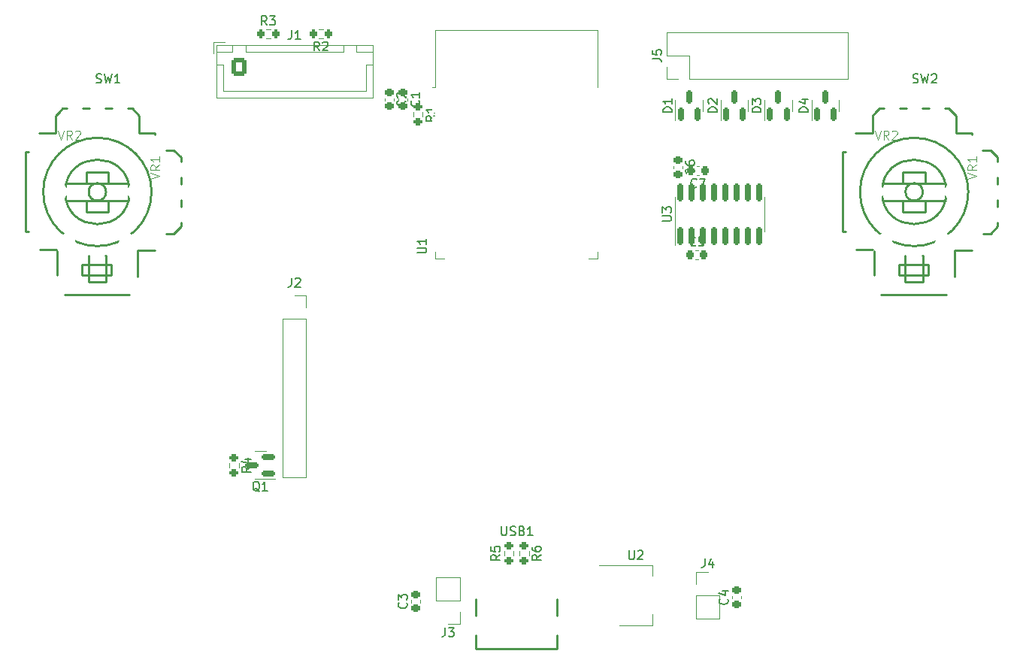
<source format=gbr>
%TF.GenerationSoftware,KiCad,Pcbnew,(6.0.5)*%
%TF.CreationDate,2022-05-19T22:33:39+02:00*%
%TF.ProjectId,hardware-remote-v2,68617264-7761-4726-952d-72656d6f7465,rev?*%
%TF.SameCoordinates,Original*%
%TF.FileFunction,Legend,Top*%
%TF.FilePolarity,Positive*%
%FSLAX46Y46*%
G04 Gerber Fmt 4.6, Leading zero omitted, Abs format (unit mm)*
G04 Created by KiCad (PCBNEW (6.0.5)) date 2022-05-19 22:33:39*
%MOMM*%
%LPD*%
G01*
G04 APERTURE LIST*
G04 Aperture macros list*
%AMRoundRect*
0 Rectangle with rounded corners*
0 $1 Rounding radius*
0 $2 $3 $4 $5 $6 $7 $8 $9 X,Y pos of 4 corners*
0 Add a 4 corners polygon primitive as box body*
4,1,4,$2,$3,$4,$5,$6,$7,$8,$9,$2,$3,0*
0 Add four circle primitives for the rounded corners*
1,1,$1+$1,$2,$3*
1,1,$1+$1,$4,$5*
1,1,$1+$1,$6,$7*
1,1,$1+$1,$8,$9*
0 Add four rect primitives between the rounded corners*
20,1,$1+$1,$2,$3,$4,$5,0*
20,1,$1+$1,$4,$5,$6,$7,0*
20,1,$1+$1,$6,$7,$8,$9,0*
20,1,$1+$1,$8,$9,$2,$3,0*%
G04 Aperture macros list end*
%ADD10C,0.150000*%
%ADD11C,0.100000*%
%ADD12C,0.250000*%
%ADD13C,0.120000*%
%ADD14C,1.800000*%
%ADD15C,2.500000*%
%ADD16C,2.200000*%
%ADD17RoundRect,0.225000X-0.250000X0.225000X-0.250000X-0.225000X0.250000X-0.225000X0.250000X0.225000X0*%
%ADD18RoundRect,0.225000X0.250000X-0.225000X0.250000X0.225000X-0.250000X0.225000X-0.250000X-0.225000X0*%
%ADD19R,2.000000X1.500000*%
%ADD20R,2.000000X3.800000*%
%ADD21RoundRect,0.200000X-0.275000X0.200000X-0.275000X-0.200000X0.275000X-0.200000X0.275000X0.200000X0*%
%ADD22RoundRect,0.250000X-0.600000X-0.725000X0.600000X-0.725000X0.600000X0.725000X-0.600000X0.725000X0*%
%ADD23O,1.700000X1.950000*%
%ADD24RoundRect,0.200000X0.200000X0.275000X-0.200000X0.275000X-0.200000X-0.275000X0.200000X-0.275000X0*%
%ADD25R,1.700000X1.700000*%
%ADD26O,1.700000X1.700000*%
%ADD27R,2.000000X0.900000*%
%ADD28R,0.900000X2.000000*%
%ADD29R,5.000000X5.000000*%
%ADD30RoundRect,0.150000X0.150000X-0.587500X0.150000X0.587500X-0.150000X0.587500X-0.150000X-0.587500X0*%
%ADD31RoundRect,0.150000X0.150000X-0.825000X0.150000X0.825000X-0.150000X0.825000X-0.150000X-0.825000X0*%
%ADD32C,0.700000*%
%ADD33O,1.200000X2.000000*%
%ADD34O,1.200000X1.800000*%
%ADD35R,0.300000X1.300000*%
%ADD36RoundRect,0.150000X0.587500X0.150000X-0.587500X0.150000X-0.587500X-0.150000X0.587500X-0.150000X0*%
%ADD37RoundRect,0.200000X-0.200000X-0.275000X0.200000X-0.275000X0.200000X0.275000X-0.200000X0.275000X0*%
%ADD38RoundRect,0.200000X0.275000X-0.200000X0.275000X0.200000X-0.275000X0.200000X-0.275000X-0.200000X0*%
%ADD39RoundRect,0.225000X-0.225000X-0.250000X0.225000X-0.250000X0.225000X0.250000X-0.225000X0.250000X0*%
%ADD40RoundRect,0.225000X0.225000X0.250000X-0.225000X0.250000X-0.225000X-0.250000X0.225000X-0.250000X0*%
G04 APERTURE END LIST*
D10*
%TO.C,SW2*%
X44666666Y33105238D02*
X44809523Y33057619D01*
X45047619Y33057619D01*
X45142857Y33105238D01*
X45190476Y33152857D01*
X45238095Y33248095D01*
X45238095Y33343333D01*
X45190476Y33438571D01*
X45142857Y33486190D01*
X45047619Y33533809D01*
X44857142Y33581428D01*
X44761904Y33629047D01*
X44714285Y33676666D01*
X44666666Y33771904D01*
X44666666Y33867142D01*
X44714285Y33962380D01*
X44761904Y34010000D01*
X44857142Y34057619D01*
X45095238Y34057619D01*
X45238095Y34010000D01*
X45571428Y34057619D02*
X45809523Y33057619D01*
X46000000Y33771904D01*
X46190476Y33057619D01*
X46428571Y34057619D01*
X46761904Y33962380D02*
X46809523Y34010000D01*
X46904761Y34057619D01*
X47142857Y34057619D01*
X47238095Y34010000D01*
X47285714Y33962380D01*
X47333333Y33867142D01*
X47333333Y33771904D01*
X47285714Y33629047D01*
X46714285Y33057619D01*
X47333333Y33057619D01*
D11*
X40360238Y27677619D02*
X40693571Y26677619D01*
X41026904Y27677619D01*
X41931666Y26677619D02*
X41598333Y27153809D01*
X41360238Y26677619D02*
X41360238Y27677619D01*
X41741190Y27677619D01*
X41836428Y27630000D01*
X41884047Y27582380D01*
X41931666Y27487142D01*
X41931666Y27344285D01*
X41884047Y27249047D01*
X41836428Y27201428D01*
X41741190Y27153809D01*
X41360238Y27153809D01*
X42312619Y27582380D02*
X42360238Y27630000D01*
X42455476Y27677619D01*
X42693571Y27677619D01*
X42788809Y27630000D01*
X42836428Y27582380D01*
X42884047Y27487142D01*
X42884047Y27391904D01*
X42836428Y27249047D01*
X42265000Y26677619D01*
X42884047Y26677619D01*
X50792380Y22250238D02*
X51792380Y22583571D01*
X50792380Y22916904D01*
X51792380Y23821666D02*
X51316190Y23488333D01*
X51792380Y23250238D02*
X50792380Y23250238D01*
X50792380Y23631190D01*
X50840000Y23726428D01*
X50887619Y23774047D01*
X50982857Y23821666D01*
X51125714Y23821666D01*
X51220952Y23774047D01*
X51268571Y23726428D01*
X51316190Y23631190D01*
X51316190Y23250238D01*
X51792380Y24774047D02*
X51792380Y24202619D01*
X51792380Y24488333D02*
X50792380Y24488333D01*
X50935238Y24393095D01*
X51030476Y24297857D01*
X51078095Y24202619D01*
D10*
%TO.C,C1*%
X-10987857Y31033333D02*
X-10940238Y30985714D01*
X-10892619Y30842857D01*
X-10892619Y30747619D01*
X-10940238Y30604761D01*
X-11035476Y30509523D01*
X-11130714Y30461904D01*
X-11321190Y30414285D01*
X-11464047Y30414285D01*
X-11654523Y30461904D01*
X-11749761Y30509523D01*
X-11845000Y30604761D01*
X-11892619Y30747619D01*
X-11892619Y30842857D01*
X-11845000Y30985714D01*
X-11797380Y31033333D01*
X-10892619Y31985714D02*
X-10892619Y31414285D01*
X-10892619Y31700000D02*
X-11892619Y31700000D01*
X-11749761Y31604761D01*
X-11654523Y31509523D01*
X-11606904Y31414285D01*
%TO.C,C3*%
X-12397857Y-25491666D02*
X-12350238Y-25539285D01*
X-12302619Y-25682142D01*
X-12302619Y-25777380D01*
X-12350238Y-25920238D01*
X-12445476Y-26015476D01*
X-12540714Y-26063095D01*
X-12731190Y-26110714D01*
X-12874047Y-26110714D01*
X-13064523Y-26063095D01*
X-13159761Y-26015476D01*
X-13255000Y-25920238D01*
X-13302619Y-25777380D01*
X-13302619Y-25682142D01*
X-13255000Y-25539285D01*
X-13207380Y-25491666D01*
X-13302619Y-25158333D02*
X-13302619Y-24539285D01*
X-12921666Y-24872619D01*
X-12921666Y-24729761D01*
X-12874047Y-24634523D01*
X-12826428Y-24586904D01*
X-12731190Y-24539285D01*
X-12493095Y-24539285D01*
X-12397857Y-24586904D01*
X-12350238Y-24634523D01*
X-12302619Y-24729761D01*
X-12302619Y-25015476D01*
X-12350238Y-25110714D01*
X-12397857Y-25158333D01*
%TO.C,U2*%
X12688095Y-19602380D02*
X12688095Y-20411904D01*
X12735714Y-20507142D01*
X12783333Y-20554761D01*
X12878571Y-20602380D01*
X13069047Y-20602380D01*
X13164285Y-20554761D01*
X13211904Y-20507142D01*
X13259523Y-20411904D01*
X13259523Y-19602380D01*
X13688095Y-19697619D02*
X13735714Y-19650000D01*
X13830952Y-19602380D01*
X14069047Y-19602380D01*
X14164285Y-19650000D01*
X14211904Y-19697619D01*
X14259523Y-19792857D01*
X14259523Y-19888095D01*
X14211904Y-20030952D01*
X13640476Y-20602380D01*
X14259523Y-20602380D01*
%TO.C,R6*%
X2757380Y-20091666D02*
X2281190Y-20425000D01*
X2757380Y-20663095D02*
X1757380Y-20663095D01*
X1757380Y-20282142D01*
X1805000Y-20186904D01*
X1852619Y-20139285D01*
X1947857Y-20091666D01*
X2090714Y-20091666D01*
X2185952Y-20139285D01*
X2233571Y-20186904D01*
X2281190Y-20282142D01*
X2281190Y-20663095D01*
X1757380Y-19234523D02*
X1757380Y-19425000D01*
X1805000Y-19520238D01*
X1852619Y-19567857D01*
X1995476Y-19663095D01*
X2185952Y-19710714D01*
X2566904Y-19710714D01*
X2662142Y-19663095D01*
X2709761Y-19615476D01*
X2757380Y-19520238D01*
X2757380Y-19329761D01*
X2709761Y-19234523D01*
X2662142Y-19186904D01*
X2566904Y-19139285D01*
X2328809Y-19139285D01*
X2233571Y-19186904D01*
X2185952Y-19234523D01*
X2138333Y-19329761D01*
X2138333Y-19520238D01*
X2185952Y-19615476D01*
X2233571Y-19663095D01*
X2328809Y-19710714D01*
%TO.C,J1*%
X-25333333Y38972619D02*
X-25333333Y38258333D01*
X-25380952Y38115476D01*
X-25476190Y38020238D01*
X-25619047Y37972619D01*
X-25714285Y37972619D01*
X-24333333Y37972619D02*
X-24904761Y37972619D01*
X-24619047Y37972619D02*
X-24619047Y38972619D01*
X-24714285Y38829761D01*
X-24809523Y38734523D01*
X-24904761Y38686904D01*
%TO.C,R1*%
X-9192619Y29358333D02*
X-9668809Y29025000D01*
X-9192619Y28786904D02*
X-10192619Y28786904D01*
X-10192619Y29167857D01*
X-10145000Y29263095D01*
X-10097380Y29310714D01*
X-10002142Y29358333D01*
X-9859285Y29358333D01*
X-9764047Y29310714D01*
X-9716428Y29263095D01*
X-9668809Y29167857D01*
X-9668809Y28786904D01*
X-9192619Y30310714D02*
X-9192619Y29739285D01*
X-9192619Y30025000D02*
X-10192619Y30025000D01*
X-10049761Y29929761D01*
X-9954523Y29834523D01*
X-9906904Y29739285D01*
%TO.C,R2*%
X-22191666Y36692619D02*
X-22525000Y37168809D01*
X-22763095Y36692619D02*
X-22763095Y37692619D01*
X-22382142Y37692619D01*
X-22286904Y37645000D01*
X-22239285Y37597380D01*
X-22191666Y37502142D01*
X-22191666Y37359285D01*
X-22239285Y37264047D01*
X-22286904Y37216428D01*
X-22382142Y37168809D01*
X-22763095Y37168809D01*
X-21810714Y37597380D02*
X-21763095Y37645000D01*
X-21667857Y37692619D01*
X-21429761Y37692619D01*
X-21334523Y37645000D01*
X-21286904Y37597380D01*
X-21239285Y37502142D01*
X-21239285Y37406904D01*
X-21286904Y37264047D01*
X-21858333Y36692619D01*
X-21239285Y36692619D01*
%TO.C,J2*%
X-25333333Y11092619D02*
X-25333333Y10378333D01*
X-25380952Y10235476D01*
X-25476190Y10140238D01*
X-25619047Y10092619D01*
X-25714285Y10092619D01*
X-24904761Y10997380D02*
X-24857142Y11045000D01*
X-24761904Y11092619D01*
X-24523809Y11092619D01*
X-24428571Y11045000D01*
X-24380952Y10997380D01*
X-24333333Y10902142D01*
X-24333333Y10806904D01*
X-24380952Y10664047D01*
X-24952380Y10092619D01*
X-24333333Y10092619D01*
%TO.C,U1*%
X-11157619Y13922095D02*
X-10348095Y13922095D01*
X-10252857Y13969714D01*
X-10205238Y14017333D01*
X-10157619Y14112571D01*
X-10157619Y14303047D01*
X-10205238Y14398285D01*
X-10252857Y14445904D01*
X-10348095Y14493523D01*
X-11157619Y14493523D01*
X-10157619Y15493523D02*
X-10157619Y14922095D01*
X-10157619Y15207809D02*
X-11157619Y15207809D01*
X-11014761Y15112571D01*
X-10919523Y15017333D01*
X-10871904Y14922095D01*
%TO.C,D2*%
X22602380Y29761904D02*
X21602380Y29761904D01*
X21602380Y30000000D01*
X21650000Y30142857D01*
X21745238Y30238095D01*
X21840476Y30285714D01*
X22030952Y30333333D01*
X22173809Y30333333D01*
X22364285Y30285714D01*
X22459523Y30238095D01*
X22554761Y30142857D01*
X22602380Y30000000D01*
X22602380Y29761904D01*
X21697619Y30714285D02*
X21650000Y30761904D01*
X21602380Y30857142D01*
X21602380Y31095238D01*
X21650000Y31190476D01*
X21697619Y31238095D01*
X21792857Y31285714D01*
X21888095Y31285714D01*
X22030952Y31238095D01*
X22602380Y30666666D01*
X22602380Y31285714D01*
%TO.C,U3*%
X16452380Y17513095D02*
X17261904Y17513095D01*
X17357142Y17560714D01*
X17404761Y17608333D01*
X17452380Y17703571D01*
X17452380Y17894047D01*
X17404761Y17989285D01*
X17357142Y18036904D01*
X17261904Y18084523D01*
X16452380Y18084523D01*
X16452380Y18465476D02*
X16452380Y19084523D01*
X16833333Y18751190D01*
X16833333Y18894047D01*
X16880952Y18989285D01*
X16928571Y19036904D01*
X17023809Y19084523D01*
X17261904Y19084523D01*
X17357142Y19036904D01*
X17404761Y18989285D01*
X17452380Y18894047D01*
X17452380Y18608333D01*
X17404761Y18513095D01*
X17357142Y18465476D01*
%TO.C,J4*%
X21216666Y-20522380D02*
X21216666Y-21236666D01*
X21169047Y-21379523D01*
X21073809Y-21474761D01*
X20930952Y-21522380D01*
X20835714Y-21522380D01*
X22121428Y-20855714D02*
X22121428Y-21522380D01*
X21883333Y-20474761D02*
X21645238Y-21189047D01*
X22264285Y-21189047D01*
%TO.C,C4*%
X23752142Y-25041666D02*
X23799761Y-25089285D01*
X23847380Y-25232142D01*
X23847380Y-25327380D01*
X23799761Y-25470238D01*
X23704523Y-25565476D01*
X23609285Y-25613095D01*
X23418809Y-25660714D01*
X23275952Y-25660714D01*
X23085476Y-25613095D01*
X22990238Y-25565476D01*
X22895000Y-25470238D01*
X22847380Y-25327380D01*
X22847380Y-25232142D01*
X22895000Y-25089285D01*
X22942619Y-25041666D01*
X23180714Y-24184523D02*
X23847380Y-24184523D01*
X22799761Y-24422619D02*
X23514047Y-24660714D01*
X23514047Y-24041666D01*
%TO.C,USB1*%
X-1688095Y-16902380D02*
X-1688095Y-17711904D01*
X-1640476Y-17807142D01*
X-1592857Y-17854761D01*
X-1497619Y-17902380D01*
X-1307142Y-17902380D01*
X-1211904Y-17854761D01*
X-1164285Y-17807142D01*
X-1116666Y-17711904D01*
X-1116666Y-16902380D01*
X-688095Y-17854761D02*
X-545238Y-17902380D01*
X-307142Y-17902380D01*
X-211904Y-17854761D01*
X-164285Y-17807142D01*
X-116666Y-17711904D01*
X-116666Y-17616666D01*
X-164285Y-17521428D01*
X-211904Y-17473809D01*
X-307142Y-17426190D01*
X-497619Y-17378571D01*
X-592857Y-17330952D01*
X-640476Y-17283333D01*
X-688095Y-17188095D01*
X-688095Y-17092857D01*
X-640476Y-16997619D01*
X-592857Y-16950000D01*
X-497619Y-16902380D01*
X-259523Y-16902380D01*
X-116666Y-16950000D01*
X645238Y-17378571D02*
X788095Y-17426190D01*
X835714Y-17473809D01*
X883333Y-17569047D01*
X883333Y-17711904D01*
X835714Y-17807142D01*
X788095Y-17854761D01*
X692857Y-17902380D01*
X311904Y-17902380D01*
X311904Y-16902380D01*
X645238Y-16902380D01*
X740476Y-16950000D01*
X788095Y-16997619D01*
X835714Y-17092857D01*
X835714Y-17188095D01*
X788095Y-17283333D01*
X740476Y-17330952D01*
X645238Y-17378571D01*
X311904Y-17378571D01*
X1835714Y-17902380D02*
X1264285Y-17902380D01*
X1550000Y-17902380D02*
X1550000Y-16902380D01*
X1454761Y-17045238D01*
X1359523Y-17140476D01*
X1264285Y-17188095D01*
%TO.C,D4*%
X32852380Y29761904D02*
X31852380Y29761904D01*
X31852380Y30000000D01*
X31900000Y30142857D01*
X31995238Y30238095D01*
X32090476Y30285714D01*
X32280952Y30333333D01*
X32423809Y30333333D01*
X32614285Y30285714D01*
X32709523Y30238095D01*
X32804761Y30142857D01*
X32852380Y30000000D01*
X32852380Y29761904D01*
X32185714Y31190476D02*
X32852380Y31190476D01*
X31804761Y30952380D02*
X32519047Y30714285D01*
X32519047Y31333333D01*
%TO.C,C6*%
X19962142Y23383333D02*
X20009761Y23335714D01*
X20057380Y23192857D01*
X20057380Y23097619D01*
X20009761Y22954761D01*
X19914523Y22859523D01*
X19819285Y22811904D01*
X19628809Y22764285D01*
X19485952Y22764285D01*
X19295476Y22811904D01*
X19200238Y22859523D01*
X19105000Y22954761D01*
X19057380Y23097619D01*
X19057380Y23192857D01*
X19105000Y23335714D01*
X19152619Y23383333D01*
X19057380Y24240476D02*
X19057380Y24050000D01*
X19105000Y23954761D01*
X19152619Y23907142D01*
X19295476Y23811904D01*
X19485952Y23764285D01*
X19866904Y23764285D01*
X19962142Y23811904D01*
X20009761Y23859523D01*
X20057380Y23954761D01*
X20057380Y24145238D01*
X20009761Y24240476D01*
X19962142Y24288095D01*
X19866904Y24335714D01*
X19628809Y24335714D01*
X19533571Y24288095D01*
X19485952Y24240476D01*
X19438333Y24145238D01*
X19438333Y23954761D01*
X19485952Y23859523D01*
X19533571Y23811904D01*
X19628809Y23764285D01*
%TO.C,J5*%
X15342380Y35796665D02*
X16056666Y35796665D01*
X16199523Y35749046D01*
X16294761Y35653808D01*
X16342380Y35510951D01*
X16342380Y35415713D01*
X15342380Y36749046D02*
X15342380Y36272856D01*
X15818571Y36225237D01*
X15770952Y36272856D01*
X15723333Y36368094D01*
X15723333Y36606189D01*
X15770952Y36701427D01*
X15818571Y36749046D01*
X15913809Y36796665D01*
X16151904Y36796665D01*
X16247142Y36749046D01*
X16294761Y36701427D01*
X16342380Y36606189D01*
X16342380Y36368094D01*
X16294761Y36272856D01*
X16247142Y36225237D01*
%TO.C,R4*%
X-29917619Y-10166666D02*
X-30393809Y-10500000D01*
X-29917619Y-10738095D02*
X-30917619Y-10738095D01*
X-30917619Y-10357142D01*
X-30870000Y-10261904D01*
X-30822380Y-10214285D01*
X-30727142Y-10166666D01*
X-30584285Y-10166666D01*
X-30489047Y-10214285D01*
X-30441428Y-10261904D01*
X-30393809Y-10357142D01*
X-30393809Y-10738095D01*
X-30584285Y-9309523D02*
X-29917619Y-9309523D01*
X-30965238Y-9547619D02*
X-30250952Y-9785714D01*
X-30250952Y-9166666D01*
%TO.C,Q1*%
X-28945238Y-12947619D02*
X-29040476Y-12900000D01*
X-29135714Y-12804761D01*
X-29278571Y-12661904D01*
X-29373809Y-12614285D01*
X-29469047Y-12614285D01*
X-29421428Y-12852380D02*
X-29516666Y-12804761D01*
X-29611904Y-12709523D01*
X-29659523Y-12519047D01*
X-29659523Y-12185714D01*
X-29611904Y-11995238D01*
X-29516666Y-11900000D01*
X-29421428Y-11852380D01*
X-29230952Y-11852380D01*
X-29135714Y-11900000D01*
X-29040476Y-11995238D01*
X-28992857Y-12185714D01*
X-28992857Y-12519047D01*
X-29040476Y-12709523D01*
X-29135714Y-12804761D01*
X-29230952Y-12852380D01*
X-29421428Y-12852380D01*
X-28040476Y-12852380D02*
X-28611904Y-12852380D01*
X-28326190Y-12852380D02*
X-28326190Y-11852380D01*
X-28421428Y-11995238D01*
X-28516666Y-12090476D01*
X-28611904Y-12138095D01*
%TO.C,J3*%
X-8033333Y-28307379D02*
X-8033333Y-29021665D01*
X-8080952Y-29164522D01*
X-8176190Y-29259760D01*
X-8319047Y-29307379D01*
X-8414285Y-29307379D01*
X-7652380Y-28307379D02*
X-7033333Y-28307379D01*
X-7366666Y-28688332D01*
X-7223809Y-28688332D01*
X-7128571Y-28735951D01*
X-7080952Y-28783570D01*
X-7033333Y-28878808D01*
X-7033333Y-29116903D01*
X-7080952Y-29212141D01*
X-7128571Y-29259760D01*
X-7223809Y-29307379D01*
X-7509523Y-29307379D01*
X-7604761Y-29259760D01*
X-7652380Y-29212141D01*
%TO.C,R3*%
X-28116666Y39577619D02*
X-28450000Y40053809D01*
X-28688095Y39577619D02*
X-28688095Y40577619D01*
X-28307142Y40577619D01*
X-28211904Y40530000D01*
X-28164285Y40482380D01*
X-28116666Y40387142D01*
X-28116666Y40244285D01*
X-28164285Y40149047D01*
X-28211904Y40101428D01*
X-28307142Y40053809D01*
X-28688095Y40053809D01*
X-27783333Y40577619D02*
X-27164285Y40577619D01*
X-27497619Y40196666D01*
X-27354761Y40196666D01*
X-27259523Y40149047D01*
X-27211904Y40101428D01*
X-27164285Y40006190D01*
X-27164285Y39768095D01*
X-27211904Y39672857D01*
X-27259523Y39625238D01*
X-27354761Y39577619D01*
X-27640476Y39577619D01*
X-27735714Y39625238D01*
X-27783333Y39672857D01*
%TO.C,R5*%
X-1852619Y-20091666D02*
X-2328809Y-20425000D01*
X-1852619Y-20663095D02*
X-2852619Y-20663095D01*
X-2852619Y-20282142D01*
X-2805000Y-20186904D01*
X-2757380Y-20139285D01*
X-2662142Y-20091666D01*
X-2519285Y-20091666D01*
X-2424047Y-20139285D01*
X-2376428Y-20186904D01*
X-2328809Y-20282142D01*
X-2328809Y-20663095D01*
X-2852619Y-19186904D02*
X-2852619Y-19663095D01*
X-2376428Y-19710714D01*
X-2424047Y-19663095D01*
X-2471666Y-19567857D01*
X-2471666Y-19329761D01*
X-2424047Y-19234523D01*
X-2376428Y-19186904D01*
X-2281190Y-19139285D01*
X-2043095Y-19139285D01*
X-1947857Y-19186904D01*
X-1900238Y-19234523D01*
X-1852619Y-19329761D01*
X-1852619Y-19567857D01*
X-1900238Y-19663095D01*
X-1947857Y-19710714D01*
%TO.C,SW1*%
X-47333333Y33105238D02*
X-47190476Y33057619D01*
X-46952380Y33057619D01*
X-46857142Y33105238D01*
X-46809523Y33152857D01*
X-46761904Y33248095D01*
X-46761904Y33343333D01*
X-46809523Y33438571D01*
X-46857142Y33486190D01*
X-46952380Y33533809D01*
X-47142857Y33581428D01*
X-47238095Y33629047D01*
X-47285714Y33676666D01*
X-47333333Y33771904D01*
X-47333333Y33867142D01*
X-47285714Y33962380D01*
X-47238095Y34010000D01*
X-47142857Y34057619D01*
X-46904761Y34057619D01*
X-46761904Y34010000D01*
X-46428571Y34057619D02*
X-46190476Y33057619D01*
X-46000000Y33771904D01*
X-45809523Y33057619D01*
X-45571428Y34057619D01*
X-44666666Y33057619D02*
X-45238095Y33057619D01*
X-44952380Y33057619D02*
X-44952380Y34057619D01*
X-45047619Y33914761D01*
X-45142857Y33819523D01*
X-45238095Y33771904D01*
D11*
X-41207619Y22250238D02*
X-40207619Y22583571D01*
X-41207619Y22916904D01*
X-40207619Y23821666D02*
X-40683809Y23488333D01*
X-40207619Y23250238D02*
X-41207619Y23250238D01*
X-41207619Y23631190D01*
X-41160000Y23726428D01*
X-41112380Y23774047D01*
X-41017142Y23821666D01*
X-40874285Y23821666D01*
X-40779047Y23774047D01*
X-40731428Y23726428D01*
X-40683809Y23631190D01*
X-40683809Y23250238D01*
X-40207619Y24774047D02*
X-40207619Y24202619D01*
X-40207619Y24488333D02*
X-41207619Y24488333D01*
X-41064761Y24393095D01*
X-40969523Y24297857D01*
X-40921904Y24202619D01*
X-51639761Y27677619D02*
X-51306428Y26677619D01*
X-50973095Y27677619D01*
X-50068333Y26677619D02*
X-50401666Y27153809D01*
X-50639761Y26677619D02*
X-50639761Y27677619D01*
X-50258809Y27677619D01*
X-50163571Y27630000D01*
X-50115952Y27582380D01*
X-50068333Y27487142D01*
X-50068333Y27344285D01*
X-50115952Y27249047D01*
X-50163571Y27201428D01*
X-50258809Y27153809D01*
X-50639761Y27153809D01*
X-49687380Y27582380D02*
X-49639761Y27630000D01*
X-49544523Y27677619D01*
X-49306428Y27677619D01*
X-49211190Y27630000D01*
X-49163571Y27582380D01*
X-49115952Y27487142D01*
X-49115952Y27391904D01*
X-49163571Y27249047D01*
X-49735000Y26677619D01*
X-49115952Y26677619D01*
D10*
%TO.C,D1*%
X17502380Y29761904D02*
X16502380Y29761904D01*
X16502380Y30000000D01*
X16550000Y30142857D01*
X16645238Y30238095D01*
X16740476Y30285714D01*
X16930952Y30333333D01*
X17073809Y30333333D01*
X17264285Y30285714D01*
X17359523Y30238095D01*
X17454761Y30142857D01*
X17502380Y30000000D01*
X17502380Y29761904D01*
X17502380Y31285714D02*
X17502380Y30714285D01*
X17502380Y31000000D02*
X16502380Y31000000D01*
X16645238Y30904761D01*
X16740476Y30809523D01*
X16788095Y30714285D01*
%TO.C,C2*%
X-12562857Y31033333D02*
X-12515238Y30985714D01*
X-12467619Y30842857D01*
X-12467619Y30747619D01*
X-12515238Y30604761D01*
X-12610476Y30509523D01*
X-12705714Y30461904D01*
X-12896190Y30414285D01*
X-13039047Y30414285D01*
X-13229523Y30461904D01*
X-13324761Y30509523D01*
X-13420000Y30604761D01*
X-13467619Y30747619D01*
X-13467619Y30842857D01*
X-13420000Y30985714D01*
X-13372380Y31033333D01*
X-13372380Y31414285D02*
X-13420000Y31461904D01*
X-13467619Y31557142D01*
X-13467619Y31795238D01*
X-13420000Y31890476D01*
X-13372380Y31938095D01*
X-13277142Y31985714D01*
X-13181904Y31985714D01*
X-13039047Y31938095D01*
X-12467619Y31366666D01*
X-12467619Y31985714D01*
%TO.C,C5*%
X20158333Y14797857D02*
X20110714Y14750238D01*
X19967857Y14702619D01*
X19872619Y14702619D01*
X19729761Y14750238D01*
X19634523Y14845476D01*
X19586904Y14940714D01*
X19539285Y15131190D01*
X19539285Y15274047D01*
X19586904Y15464523D01*
X19634523Y15559761D01*
X19729761Y15655000D01*
X19872619Y15702619D01*
X19967857Y15702619D01*
X20110714Y15655000D01*
X20158333Y15607380D01*
X21063095Y15702619D02*
X20586904Y15702619D01*
X20539285Y15226428D01*
X20586904Y15274047D01*
X20682142Y15321666D01*
X20920238Y15321666D01*
X21015476Y15274047D01*
X21063095Y15226428D01*
X21110714Y15131190D01*
X21110714Y14893095D01*
X21063095Y14797857D01*
X21015476Y14750238D01*
X20920238Y14702619D01*
X20682142Y14702619D01*
X20586904Y14750238D01*
X20539285Y14797857D01*
%TO.C,D3*%
X27552380Y29761904D02*
X26552380Y29761904D01*
X26552380Y30000000D01*
X26600000Y30142857D01*
X26695238Y30238095D01*
X26790476Y30285714D01*
X26980952Y30333333D01*
X27123809Y30333333D01*
X27314285Y30285714D01*
X27409523Y30238095D01*
X27504761Y30142857D01*
X27552380Y30000000D01*
X27552380Y29761904D01*
X26552380Y30666666D02*
X26552380Y31285714D01*
X26933333Y30952380D01*
X26933333Y31095238D01*
X26980952Y31190476D01*
X27028571Y31238095D01*
X27123809Y31285714D01*
X27361904Y31285714D01*
X27457142Y31238095D01*
X27504761Y31190476D01*
X27552380Y31095238D01*
X27552380Y30809523D01*
X27504761Y30714285D01*
X27457142Y30666666D01*
%TO.C,C7*%
X20283333Y21362857D02*
X20235714Y21315238D01*
X20092857Y21267619D01*
X19997619Y21267619D01*
X19854761Y21315238D01*
X19759523Y21410476D01*
X19711904Y21505714D01*
X19664285Y21696190D01*
X19664285Y21839047D01*
X19711904Y22029523D01*
X19759523Y22124761D01*
X19854761Y22220000D01*
X19997619Y22267619D01*
X20092857Y22267619D01*
X20235714Y22220000D01*
X20283333Y22172380D01*
X20616666Y22267619D02*
X21283333Y22267619D01*
X20854761Y21267619D01*
D12*
%TO.C,SW2*%
X43100000Y12580000D02*
X46400000Y12580000D01*
X51300000Y27400000D02*
X51300000Y27250000D01*
X36700000Y16300000D02*
X37090000Y16300000D01*
X43800000Y13580000D02*
X43800000Y10680000D01*
X53400000Y16100000D02*
X52570000Y16100000D01*
X43550000Y18530000D02*
X43550000Y19780000D01*
X40140000Y14300000D02*
X38300000Y14300000D01*
X36700000Y25300000D02*
X36700000Y16300000D01*
X43160000Y30200000D02*
X43900000Y30200000D01*
X40100000Y27400000D02*
X40100000Y29400000D01*
X49500000Y29400000D02*
X49500000Y27400000D01*
X49500000Y27400000D02*
X51300000Y27400000D01*
X43800000Y10680000D02*
X45800000Y10680000D01*
X48240000Y30200000D02*
X48500000Y30200000D01*
X48500000Y30200000D02*
X48700000Y30200000D01*
X49350000Y14200000D02*
X49350000Y11280000D01*
X40100000Y29400000D02*
X40500000Y29800000D01*
X43100000Y11380000D02*
X43100000Y12580000D01*
X40500000Y29800000D02*
X40900000Y30200000D01*
X54200000Y19870000D02*
X54200000Y19150000D01*
X43550000Y21780000D02*
X43550000Y23030000D01*
X45800000Y10680000D02*
X45800000Y13580000D01*
X38200000Y27400000D02*
X40100000Y27400000D01*
X41300000Y19780000D02*
X48300000Y19780000D01*
X54200000Y17330000D02*
X54200000Y16900000D01*
X54200000Y16900000D02*
X53400000Y16100000D01*
X48700000Y30200000D02*
X49500000Y29400000D01*
X45700000Y30200000D02*
X46440000Y30200000D01*
X43550000Y23030000D02*
X46050000Y23030000D01*
X54200000Y22410000D02*
X54200000Y21690000D01*
X45800000Y13580000D02*
X45700000Y13580000D01*
X46050000Y19780000D02*
X46050000Y18530000D01*
X54200000Y24700000D02*
X54200000Y24230000D01*
X53400000Y25500000D02*
X54200000Y24700000D01*
X40300000Y14090000D02*
X40300000Y11390000D01*
X41300000Y21780000D02*
X48300000Y21780000D01*
X46400000Y12580000D02*
X46400000Y11380000D01*
X40900000Y30200000D02*
X41360000Y30200000D01*
X46050000Y23030000D02*
X46050000Y21780000D01*
X48400000Y9200000D02*
X41100000Y9200000D01*
X46400000Y11380000D02*
X43100000Y11380000D01*
X51300000Y14200000D02*
X49350000Y14200000D01*
X37070000Y25300000D02*
X36700000Y25300000D01*
X46050000Y18530000D02*
X43550000Y18530000D01*
X52500000Y25500000D02*
X53400000Y25500000D01*
X50900000Y20780000D02*
G75*
G03*
X50900000Y20780000I-6100000J0D01*
G01*
X45780000Y20780000D02*
G75*
G03*
X45780000Y20780000I-980000J0D01*
G01*
X48430000Y20780000D02*
G75*
G03*
X48430000Y20780000I-3630000J0D01*
G01*
D13*
%TO.C,C1*%
X-12265000Y31340580D02*
X-12265000Y31059420D01*
X-13285000Y31340580D02*
X-13285000Y31059420D01*
%TO.C,C3*%
X-11835000Y-25465580D02*
X-11835000Y-25184420D01*
X-10815000Y-25465580D02*
X-10815000Y-25184420D01*
%TO.C,U2*%
X11600000Y-28060000D02*
X15360000Y-28060000D01*
X15360000Y-28060000D02*
X15360000Y-26800000D01*
X9350000Y-21240000D02*
X15360000Y-21240000D01*
X15360000Y-21240000D02*
X15360000Y-22500000D01*
%TO.C,R6*%
X352500Y-19687742D02*
X352500Y-20162258D01*
X1397500Y-19687742D02*
X1397500Y-20162258D01*
%TO.C,J1*%
X-30500000Y36575000D02*
X-19500000Y36575000D01*
X-33050000Y32125000D02*
X-25000000Y32125000D01*
X-19500000Y37325000D02*
X-30500000Y37325000D01*
X-16190000Y37335000D02*
X-33810000Y37335000D01*
X-33800000Y37325000D02*
X-33800000Y36575000D01*
X-33810000Y37335000D02*
X-33810000Y31365000D01*
X-33800000Y35075000D02*
X-33050000Y35075000D01*
X-16950000Y35075000D02*
X-16950000Y32125000D01*
X-16200000Y35075000D02*
X-16950000Y35075000D01*
X-32000000Y37325000D02*
X-33800000Y37325000D01*
X-16200000Y37325000D02*
X-18000000Y37325000D01*
X-18000000Y37325000D02*
X-18000000Y36575000D01*
X-16200000Y36575000D02*
X-16200000Y37325000D01*
X-33810000Y31365000D02*
X-16190000Y31365000D01*
X-16190000Y31365000D02*
X-16190000Y37335000D01*
X-16950000Y32125000D02*
X-25000000Y32125000D01*
X-19500000Y36575000D02*
X-19500000Y37325000D01*
X-34100000Y37625000D02*
X-34100000Y36375000D01*
X-33800000Y36575000D02*
X-32000000Y36575000D01*
X-30500000Y37325000D02*
X-30500000Y36575000D01*
X-33050000Y35075000D02*
X-33050000Y32125000D01*
X-18000000Y36575000D02*
X-16200000Y36575000D01*
X-32850000Y37625000D02*
X-34100000Y37625000D01*
X-32000000Y36575000D02*
X-32000000Y37325000D01*
%TO.C,R1*%
X-10552500Y29762258D02*
X-10552500Y29287742D01*
X-11597500Y29762258D02*
X-11597500Y29287742D01*
%TO.C,R2*%
X-21787742Y38052500D02*
X-22262258Y38052500D01*
X-21787742Y39097500D02*
X-22262258Y39097500D01*
%TO.C,J2*%
X-23670000Y6505000D02*
X-23670000Y-11335000D01*
X-23670000Y9105000D02*
X-23670000Y7775000D01*
X-26330000Y6505000D02*
X-23670000Y6505000D01*
X-26330000Y-11335000D02*
X-23670000Y-11335000D01*
X-25000000Y9105000D02*
X-23670000Y9105000D01*
X-26330000Y6505000D02*
X-26330000Y-11335000D01*
%TO.C,U1*%
X-9120000Y38979000D02*
X9120000Y38979000D01*
X-9120000Y14014000D02*
X-9120000Y13234000D01*
X9120000Y14014000D02*
X9120000Y13234000D01*
X9120000Y38979000D02*
X9120000Y32559000D01*
X-9120000Y13234000D02*
X-8120000Y13234000D01*
X-9120000Y38979000D02*
X-9120000Y32559000D01*
X-9120000Y32559000D02*
X-9500000Y32559000D01*
X9120000Y13234000D02*
X8120000Y13234000D01*
%TO.C,D2*%
X26110000Y30500000D02*
X26110000Y31150000D01*
X22990000Y30500000D02*
X22990000Y31150000D01*
X26110000Y30500000D02*
X26110000Y29850000D01*
X22990000Y30500000D02*
X22990000Y28825000D01*
%TO.C,U3*%
X17840000Y18275000D02*
X17840000Y14825000D01*
X17840000Y18275000D02*
X17840000Y20225000D01*
X27960000Y18275000D02*
X27960000Y20225000D01*
X27960000Y18275000D02*
X27960000Y16325000D01*
%TO.C,J4*%
X20220000Y-24670000D02*
X20220000Y-27270000D01*
X20220000Y-27270000D02*
X22880000Y-27270000D01*
X22880000Y-24670000D02*
X22880000Y-27270000D01*
X20220000Y-22070000D02*
X21550000Y-22070000D01*
X20220000Y-23400000D02*
X20220000Y-22070000D01*
X20220000Y-24670000D02*
X22880000Y-24670000D01*
%TO.C,C4*%
X24315000Y-25015580D02*
X24315000Y-24734420D01*
X25335000Y-25015580D02*
X25335000Y-24734420D01*
D12*
%TO.C,USB1*%
X4570000Y-30705000D02*
X4570000Y-29135000D01*
X-4580000Y-29135000D02*
X-4580000Y-30705000D01*
X-4580000Y-25055000D02*
X-4580000Y-26945000D01*
X4570000Y-26945000D02*
X4570000Y-25055000D01*
X-4580000Y-30705000D02*
X4570000Y-30705000D01*
D13*
%TO.C,D4*%
X36360000Y30500000D02*
X36360000Y31150000D01*
X36360000Y30500000D02*
X36360000Y29850000D01*
X33240000Y30500000D02*
X33240000Y28825000D01*
X33240000Y30500000D02*
X33240000Y31150000D01*
%TO.C,C6*%
X17665000Y23690580D02*
X17665000Y23409420D01*
X18685000Y23690580D02*
X18685000Y23409420D01*
%TO.C,J5*%
X16890000Y36129999D02*
X16890000Y38729999D01*
X16890000Y38729999D02*
X37330000Y38729999D01*
X37330000Y33529999D02*
X37330000Y38729999D01*
X18220000Y33529999D02*
X16890000Y33529999D01*
X19490000Y33529999D02*
X19490000Y36129999D01*
X16890000Y33529999D02*
X16890000Y34859999D01*
X19490000Y36129999D02*
X16890000Y36129999D01*
X19490000Y33529999D02*
X37330000Y33529999D01*
%TO.C,R4*%
X-32322500Y-9762742D02*
X-32322500Y-10237258D01*
X-31277500Y-9762742D02*
X-31277500Y-10237258D01*
%TO.C,Q1*%
X-28850000Y-11560000D02*
X-27175000Y-11560000D01*
X-28850000Y-8440000D02*
X-29500000Y-8440000D01*
X-28850000Y-11560000D02*
X-29500000Y-11560000D01*
X-28850000Y-8440000D02*
X-28200000Y-8440000D01*
%TO.C,J3*%
X-6370000Y-26524999D02*
X-6370000Y-27854999D01*
X-9030000Y-25254999D02*
X-9030000Y-22654999D01*
X-6370000Y-27854999D02*
X-7700000Y-27854999D01*
X-6370000Y-22654999D02*
X-9030000Y-22654999D01*
X-6370000Y-25254999D02*
X-9030000Y-25254999D01*
X-6370000Y-25254999D02*
X-6370000Y-22654999D01*
%TO.C,R3*%
X-28187258Y39122500D02*
X-27712742Y39122500D01*
X-28187258Y38077500D02*
X-27712742Y38077500D01*
%TO.C,R5*%
X-352500Y-20162258D02*
X-352500Y-19687742D01*
X-1397500Y-20162258D02*
X-1397500Y-19687742D01*
D12*
%TO.C,SW1*%
X-48840000Y30200000D02*
X-48100000Y30200000D01*
X-42500000Y29400000D02*
X-42500000Y27400000D01*
X-48450000Y23030000D02*
X-45950000Y23030000D01*
X-46300000Y30200000D02*
X-45560000Y30200000D01*
X-40700000Y14200000D02*
X-42650000Y14200000D01*
X-50700000Y19780000D02*
X-43700000Y19780000D01*
X-54930000Y25300000D02*
X-55300000Y25300000D01*
X-55300000Y16300000D02*
X-54910000Y16300000D01*
X-42500000Y27400000D02*
X-40700000Y27400000D01*
X-38600000Y16100000D02*
X-39430000Y16100000D01*
X-43300000Y30200000D02*
X-42500000Y29400000D01*
X-45950000Y18530000D02*
X-48450000Y18530000D01*
X-37800000Y17330000D02*
X-37800000Y16900000D01*
X-43760000Y30200000D02*
X-43500000Y30200000D01*
X-50700000Y21780000D02*
X-43700000Y21780000D01*
X-48900000Y11380000D02*
X-48900000Y12580000D01*
X-48450000Y18530000D02*
X-48450000Y19780000D01*
X-42650000Y14200000D02*
X-42650000Y11280000D01*
X-45600000Y12580000D02*
X-45600000Y11380000D01*
X-46200000Y13580000D02*
X-46300000Y13580000D01*
X-48200000Y10680000D02*
X-46200000Y10680000D01*
X-51500000Y29800000D02*
X-51100000Y30200000D01*
X-51900000Y29400000D02*
X-51500000Y29800000D01*
X-43600000Y9200000D02*
X-50900000Y9200000D01*
X-55300000Y25300000D02*
X-55300000Y16300000D01*
X-40700000Y27400000D02*
X-40700000Y27250000D01*
X-51100000Y30200000D02*
X-50640000Y30200000D01*
X-43500000Y30200000D02*
X-43300000Y30200000D01*
X-51900000Y27400000D02*
X-51900000Y29400000D01*
X-37800000Y24700000D02*
X-37800000Y24230000D01*
X-46200000Y10680000D02*
X-46200000Y13580000D01*
X-39500000Y25500000D02*
X-38600000Y25500000D01*
X-37800000Y16900000D02*
X-38600000Y16100000D01*
X-53800000Y27400000D02*
X-51900000Y27400000D01*
X-37800000Y19870000D02*
X-37800000Y19150000D01*
X-51860000Y14300000D02*
X-53700000Y14300000D01*
X-48200000Y13580000D02*
X-48200000Y10680000D01*
X-51700000Y14090000D02*
X-51700000Y11390000D01*
X-45950000Y19780000D02*
X-45950000Y18530000D01*
X-45600000Y11380000D02*
X-48900000Y11380000D01*
X-45950000Y23030000D02*
X-45950000Y21780000D01*
X-48900000Y12580000D02*
X-45600000Y12580000D01*
X-48450000Y21780000D02*
X-48450000Y23030000D01*
X-38600000Y25500000D02*
X-37800000Y24700000D01*
X-37800000Y22410000D02*
X-37800000Y21690000D01*
X-43570000Y20780000D02*
G75*
G03*
X-43570000Y20780000I-3630000J0D01*
G01*
X-46220000Y20780000D02*
G75*
G03*
X-46220000Y20780000I-980000J0D01*
G01*
X-41100000Y20780000D02*
G75*
G03*
X-41100000Y20780000I-6100000J0D01*
G01*
D13*
%TO.C,D1*%
X17890000Y30500000D02*
X17890000Y28825000D01*
X17890000Y30500000D02*
X17890000Y31150000D01*
X21010000Y30500000D02*
X21010000Y29850000D01*
X21010000Y30500000D02*
X21010000Y31150000D01*
%TO.C,C2*%
X-14860000Y31340580D02*
X-14860000Y31059420D01*
X-13840000Y31340580D02*
X-13840000Y31059420D01*
%TO.C,C5*%
X20184420Y13215000D02*
X20465580Y13215000D01*
X20184420Y14235000D02*
X20465580Y14235000D01*
%TO.C,D3*%
X27940000Y30500000D02*
X27940000Y28825000D01*
X31060000Y30500000D02*
X31060000Y31150000D01*
X31060000Y30500000D02*
X31060000Y29850000D01*
X27940000Y30500000D02*
X27940000Y31150000D01*
%TO.C,C7*%
X20590580Y23660000D02*
X20309420Y23660000D01*
X20590580Y22640000D02*
X20309420Y22640000D01*
%TD*%
%LPC*%
D14*
%TO.C,SW2*%
X40500000Y20780000D03*
X49100000Y20780000D03*
X53530000Y18240000D03*
X53530000Y20780000D03*
X53530000Y23320000D03*
X47340000Y29510000D03*
X44800000Y29510000D03*
X42260000Y29510000D03*
D15*
X38470000Y25780000D03*
X38470000Y15780000D03*
X51120000Y15780000D03*
X51120000Y25780000D03*
D16*
X41280000Y14990000D03*
X41280000Y10490000D03*
X48280000Y14990000D03*
X48280000Y10490000D03*
%TD*%
D17*
%TO.C,C1*%
X-12775000Y31975000D03*
X-12775000Y30425000D03*
%TD*%
D18*
%TO.C,C3*%
X-11325000Y-26100000D03*
X-11325000Y-24550000D03*
%TD*%
D19*
%TO.C,U2*%
X10300000Y-22350000D03*
X10300000Y-24650000D03*
D20*
X16600000Y-24650000D03*
D19*
X10300000Y-26950000D03*
%TD*%
D21*
%TO.C,R6*%
X875000Y-19100000D03*
X875000Y-20750000D03*
%TD*%
D22*
%TO.C,J1*%
X-31250000Y34875000D03*
D23*
X-28750000Y34875000D03*
X-26250000Y34875000D03*
X-23750000Y34875000D03*
X-21250000Y34875000D03*
X-18750000Y34875000D03*
%TD*%
D21*
%TO.C,R1*%
X-11075000Y30350000D03*
X-11075000Y28700000D03*
%TD*%
D24*
%TO.C,R2*%
X-21200000Y38575000D03*
X-22850000Y38575000D03*
%TD*%
D25*
%TO.C,J2*%
X-25000000Y7775000D03*
D26*
X-25000000Y5235000D03*
X-25000000Y2695000D03*
X-25000000Y155000D03*
X-25000000Y-2385000D03*
X-25000000Y-4925000D03*
X-25000000Y-7465000D03*
X-25000000Y-10005000D03*
%TD*%
D27*
%TO.C,U1*%
X-8500000Y31369000D03*
X-8500000Y30099000D03*
X-8500000Y28829000D03*
X-8500000Y27559000D03*
X-8500000Y26289000D03*
X-8500000Y25019000D03*
X-8500000Y23749000D03*
X-8500000Y22479000D03*
X-8500000Y21209000D03*
X-8500000Y19939000D03*
X-8500000Y18669000D03*
X-8500000Y17399000D03*
X-8500000Y16129000D03*
X-8500000Y14859000D03*
D28*
X-5715000Y13859000D03*
X-4445000Y13859000D03*
X-3175000Y13859000D03*
X-1905000Y13859000D03*
X-635000Y13859000D03*
X635000Y13859000D03*
X1905000Y13859000D03*
X3175000Y13859000D03*
X4445000Y13859000D03*
X5715000Y13859000D03*
D27*
X8500000Y14859000D03*
X8500000Y16129000D03*
X8500000Y17399000D03*
X8500000Y18669000D03*
X8500000Y19939000D03*
X8500000Y21209000D03*
X8500000Y22479000D03*
X8500000Y23749000D03*
X8500000Y25019000D03*
X8500000Y26289000D03*
X8500000Y27559000D03*
X8500000Y28829000D03*
X8500000Y30099000D03*
X8500000Y31369000D03*
D29*
X-1000000Y23869000D03*
%TD*%
D30*
%TO.C,D2*%
X23600000Y29562500D03*
X25500000Y29562500D03*
X24550000Y31437500D03*
%TD*%
D31*
%TO.C,U3*%
X18455000Y15800000D03*
X19725000Y15800000D03*
X20995000Y15800000D03*
X22265000Y15800000D03*
X23535000Y15800000D03*
X24805000Y15800000D03*
X26075000Y15800000D03*
X27345000Y15800000D03*
X27345000Y20750000D03*
X26075000Y20750000D03*
X24805000Y20750000D03*
X23535000Y20750000D03*
X22265000Y20750000D03*
X20995000Y20750000D03*
X19725000Y20750000D03*
X18455000Y20750000D03*
%TD*%
D25*
%TO.C,J4*%
X21550000Y-23400000D03*
D26*
X21550000Y-25940000D03*
%TD*%
D18*
%TO.C,C4*%
X24825000Y-25650000D03*
X24825000Y-24100000D03*
%TD*%
D32*
%TO.C,USB1*%
X2890000Y-24395000D03*
X-2890000Y-24395000D03*
D33*
X-4320000Y-23855000D03*
X4320000Y-23855000D03*
D34*
X-4320000Y-28045000D03*
X4320000Y-28045000D03*
D35*
X-3350000Y-23205000D03*
X-2550000Y-23205000D03*
X-1250000Y-23205000D03*
X-250000Y-23205000D03*
X250000Y-23205000D03*
X1250000Y-23205000D03*
X2550000Y-23215000D03*
X3350000Y-23205000D03*
X3050000Y-23205000D03*
X2250000Y-23215000D03*
X1750000Y-23205000D03*
X750000Y-23205000D03*
X-750000Y-23205000D03*
X-1750000Y-23205000D03*
X-2250000Y-23205000D03*
X-3050000Y-23205000D03*
%TD*%
D30*
%TO.C,D4*%
X33850000Y29562500D03*
X35750000Y29562500D03*
X34800000Y31437500D03*
%TD*%
D17*
%TO.C,C6*%
X18175000Y24325000D03*
X18175000Y22775000D03*
%TD*%
D25*
%TO.C,J5*%
X18220000Y34859999D03*
D26*
X18220000Y37399999D03*
X20760000Y34859999D03*
X20760000Y37399999D03*
X23300000Y34859999D03*
X23300000Y37399999D03*
X25840000Y34859999D03*
X25840000Y37399999D03*
X28380000Y34859999D03*
X28380000Y37399999D03*
X30920000Y34859999D03*
X30920000Y37399999D03*
X33460000Y34859999D03*
X33460000Y37399999D03*
X36000000Y34859999D03*
X36000000Y37399999D03*
%TD*%
D21*
%TO.C,R4*%
X-31800000Y-9175000D03*
X-31800000Y-10825000D03*
%TD*%
D36*
%TO.C,Q1*%
X-27912500Y-10950000D03*
X-27912500Y-9050000D03*
X-29787500Y-10000000D03*
%TD*%
D25*
%TO.C,J3*%
X-7700000Y-26524999D03*
D26*
X-7700000Y-23984999D03*
%TD*%
D37*
%TO.C,R3*%
X-28775000Y38600000D03*
X-27125000Y38600000D03*
%TD*%
D38*
%TO.C,R5*%
X-875000Y-20750000D03*
X-875000Y-19100000D03*
%TD*%
D14*
%TO.C,SW1*%
X-42900000Y20780000D03*
X-51500000Y20780000D03*
X-38470000Y18240000D03*
X-38470000Y20780000D03*
X-38470000Y23320000D03*
X-44660000Y29510000D03*
X-47200000Y29510000D03*
X-49740000Y29510000D03*
D15*
X-53530000Y25780000D03*
X-53530000Y15780000D03*
X-40880000Y15780000D03*
X-40880000Y25780000D03*
D16*
X-50720000Y14990000D03*
X-50720000Y10490000D03*
X-43720000Y14990000D03*
X-43720000Y10490000D03*
%TD*%
D30*
%TO.C,D1*%
X18500000Y29562500D03*
X20400000Y29562500D03*
X19450000Y31437500D03*
%TD*%
D17*
%TO.C,C2*%
X-14350000Y31975000D03*
X-14350000Y30425000D03*
%TD*%
D39*
%TO.C,C5*%
X19550000Y13725000D03*
X21100000Y13725000D03*
%TD*%
D30*
%TO.C,D3*%
X28550000Y29562500D03*
X30450000Y29562500D03*
X29500000Y31437500D03*
%TD*%
D40*
%TO.C,C7*%
X21225000Y23150000D03*
X19675000Y23150000D03*
%TD*%
M02*

</source>
